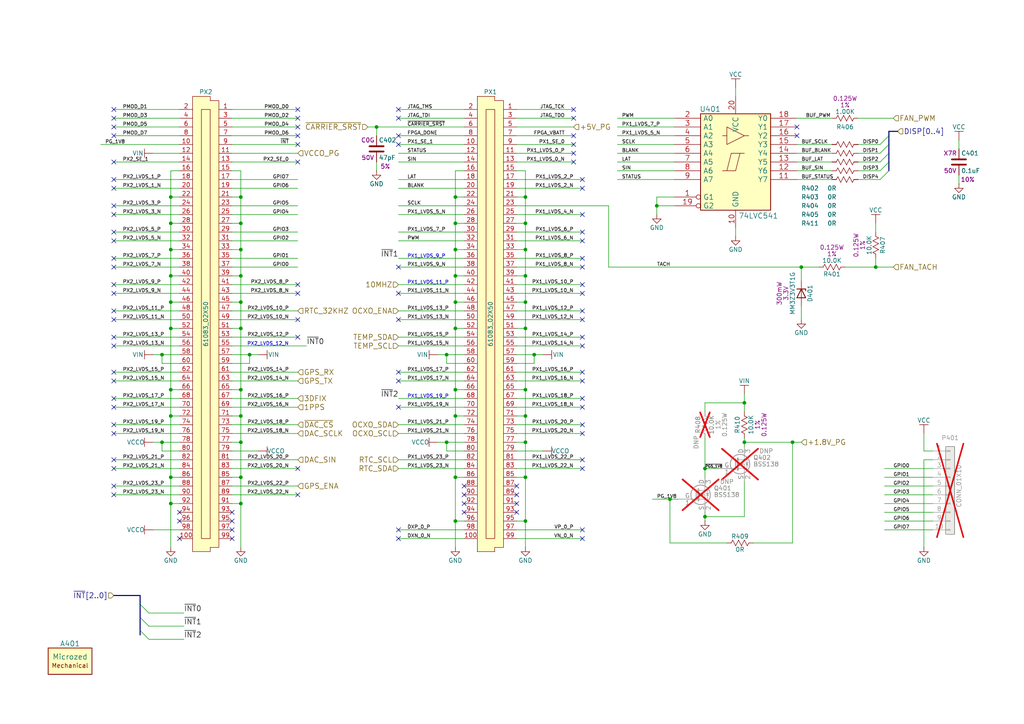
<source format=kicad_sch>
(kicad_sch (version 20231120) (generator "eeschema") (generator_version "8.0")
  (paper "A4")
  (title_block (title "MicroZed Board Connector") (date "2019-12-09") (rev "1.1.2"))
  (junction (at 49.53 95.25))
  (junction (at 132.08 138.43))
  (junction (at 69.85 120.65))
  (junction (at 132.08 72.39))
  (junction (at 49.53 138.43))
  (junction (at 215.9 116.84))
  (junction (at 49.53 120.65))
  (junction (at 69.85 72.39))
  (junction (at 69.85 146.05))
  (junction (at 69.85 64.77))
  (junction (at 204.47 149.86))
  (junction (at 152.4 151.13))
  (junction (at 132.08 87.63))
  (junction (at 152.4 57.15))
  (junction (at 132.08 95.25))
  (junction (at 232.41 77.47))
  (junction (at 49.53 113.03))
  (junction (at 152.4 87.63))
  (junction (at 46.99 102.87))
  (junction (at 49.53 87.63))
  (junction (at 129.54 102.87))
  (junction (at 132.08 80.01))
  (junction (at 69.85 128.27))
  (junction (at 132.08 151.13))
  (junction (at 109.22 36.83))
  (junction (at 49.53 64.77))
  (junction (at 72.39 102.87))
  (junction (at 215.9 128.27))
  (junction (at 132.08 57.15))
  (junction (at 49.53 80.01))
  (junction (at 132.08 113.03))
  (junction (at 132.08 64.77))
  (junction (at 132.08 120.65))
  (junction (at 69.85 87.63))
  (junction (at 152.4 113.03))
  (junction (at 152.4 64.77))
  (junction (at 49.53 57.15))
  (junction (at 152.4 95.25))
  (junction (at 69.85 138.43))
  (junction (at 152.4 80.01))
  (junction (at 69.85 80.01))
  (junction (at 152.4 72.39))
  (junction (at 229.87 128.27))
  (junction (at 46.99 128.27))
  (junction (at 204.47 135.89))
  (junction (at 49.53 146.05))
  (junction (at 49.53 72.39))
  (junction (at 69.85 113.03))
  (junction (at 129.54 128.27))
  (junction (at 69.85 95.25))
  (junction (at 190.5 59.69))
  (junction (at 194.31 144.78))
  (junction (at 152.4 128.27))
  (junction (at 152.4 138.43))
  (junction (at 254 77.47))
  (junction (at 154.94 102.87))
  (junction (at 152.4 120.65))
  (junction (at 69.85 57.15))
  (no_connect (at 33.02 125.73))
  (no_connect (at 86.36 92.71))
  (no_connect (at 168.91 74.93))
  (no_connect (at 33.02 143.51))
  (no_connect (at 52.07 156.21))
  (no_connect (at 168.91 77.47))
  (no_connect (at 168.91 110.49))
  (no_connect (at 52.07 148.59))
  (no_connect (at 67.31 156.21))
  (no_connect (at 33.02 54.61))
  (no_connect (at 115.57 92.71))
  (no_connect (at 231.14 39.37))
  (no_connect (at 168.91 54.61))
  (no_connect (at 33.02 135.89))
  (no_connect (at 33.02 92.71))
  (no_connect (at 33.02 39.37))
  (no_connect (at 149.86 148.59))
  (no_connect (at 168.91 97.79))
  (no_connect (at 168.91 133.35))
  (no_connect (at 33.02 123.19))
  (no_connect (at 134.62 148.59))
  (no_connect (at 86.36 46.99))
  (no_connect (at 149.86 143.51))
  (no_connect (at 33.02 34.29))
  (no_connect (at 33.02 115.57))
  (no_connect (at 33.02 140.97))
  (no_connect (at 168.91 85.09))
  (no_connect (at 166.37 44.45))
  (no_connect (at 115.57 77.47))
  (no_connect (at 168.91 125.73))
  (no_connect (at 86.36 82.55))
  (no_connect (at 168.91 92.71))
  (no_connect (at 168.91 62.23))
  (no_connect (at 33.02 110.49))
  (no_connect (at 166.37 41.91))
  (no_connect (at 115.57 41.91))
  (no_connect (at 33.02 36.83))
  (no_connect (at 168.91 52.07))
  (no_connect (at 33.02 90.17))
  (no_connect (at 166.37 39.37))
  (no_connect (at 86.36 135.89))
  (no_connect (at 33.02 62.23))
  (no_connect (at 52.07 151.13))
  (no_connect (at 168.91 115.57))
  (no_connect (at 33.02 59.69))
  (no_connect (at 86.36 39.37))
  (no_connect (at 33.02 46.99))
  (no_connect (at 168.91 156.21))
  (no_connect (at 86.36 36.83))
  (no_connect (at 86.36 41.91))
  (no_connect (at 115.57 153.67))
  (no_connect (at 168.91 107.95))
  (no_connect (at 168.91 90.17))
  (no_connect (at 86.36 31.75))
  (no_connect (at 115.57 34.29))
  (no_connect (at 33.02 133.35))
  (no_connect (at 115.57 156.21))
  (no_connect (at 33.02 107.95))
  (no_connect (at 166.37 46.99))
  (no_connect (at 33.02 31.75))
  (no_connect (at 33.02 100.33))
  (no_connect (at 115.57 118.11))
  (no_connect (at 86.36 97.79))
  (no_connect (at 86.36 34.29))
  (no_connect (at 33.02 82.55))
  (no_connect (at 33.02 97.79))
  (no_connect (at 134.62 143.51))
  (no_connect (at 33.02 69.85))
  (no_connect (at 168.91 69.85))
  (no_connect (at 168.91 82.55))
  (no_connect (at 168.91 135.89))
  (no_connect (at 115.57 110.49))
  (no_connect (at 134.62 140.97))
  (no_connect (at 115.57 31.75))
  (no_connect (at 166.37 31.75))
  (no_connect (at 168.91 67.31))
  (no_connect (at 67.31 148.59))
  (no_connect (at 168.91 123.19))
  (no_connect (at 168.91 153.67))
  (no_connect (at 33.02 85.09))
  (no_connect (at 86.36 143.51))
  (no_connect (at 67.31 153.67))
  (no_connect (at 115.57 39.37))
  (no_connect (at 115.57 85.09))
  (no_connect (at 168.91 118.11))
  (no_connect (at 33.02 118.11))
  (no_connect (at 33.02 77.47))
  (no_connect (at 231.14 36.83))
  (no_connect (at 166.37 34.29))
  (no_connect (at 149.86 140.97))
  (no_connect (at 134.62 146.05))
  (no_connect (at 33.02 67.31))
  (no_connect (at 149.86 146.05))
  (no_connect (at 33.02 74.93))
  (no_connect (at 67.31 151.13))
  (no_connect (at 33.02 52.07))
  (no_connect (at 168.91 100.33))
  (no_connect (at 115.57 107.95))
  (no_connect (at 86.36 85.09))
  (bus_entry (at 255.27 49.53) (size 2.54 -2.54))
  (bus_entry (at 40.64 179.07) (size 2.54 2.54))
  (bus_entry (at 255.27 52.07) (size 2.54 -2.54))
  (bus_entry (at 255.27 41.91) (size 2.54 -2.54))
  (bus_entry (at 255.27 44.45) (size 2.54 -2.54))
  (bus_entry (at 255.27 46.99) (size 2.54 -2.54))
  (bus_entry (at 40.64 182.88) (size 2.54 2.54))
  (bus_entry (at 40.64 175.26) (size 2.54 2.54))
  (wire (pts (xy 67.31 67.31) (xy 86.36 67.31)))
  (wire (pts (xy 152.4 80.01) (xy 152.4 87.63)))
  (wire (pts (xy 168.91 54.61) (xy 149.86 54.61)))
  (wire (pts (xy 278.13 50.8) (xy 278.13 53.34)))
  (wire (pts (xy 134.62 82.55) (xy 115.57 82.55)))
  (wire (pts (xy 179.07 39.37) (xy 195.58 39.37)))
  (wire (pts (xy 67.31 52.07) (xy 86.36 52.07)))
  (wire (pts (xy 134.62 74.93) (xy 115.57 74.93)))
  (wire (pts (xy 67.31 34.29) (xy 86.36 34.29)))
  (wire (pts (xy 232.41 77.47) (xy 237.49 77.47)))
  (wire (pts (xy 195.58 36.83) (xy 179.07 36.83)))
  (wire (pts (xy 67.31 46.99) (xy 86.36 46.99)))
  (wire (pts (xy 52.07 31.75) (xy 33.02 31.75)))
  (wire (pts (xy 69.85 64.77) (xy 69.85 72.39)))
  (wire (pts (xy 215.9 114.3) (xy 215.9 116.84)))
  (wire (pts (xy 204.47 127) (xy 204.47 135.89)))
  (wire (pts (xy 52.07 67.31) (xy 33.02 67.31)))
  (wire (pts (xy 152.4 128.27) (xy 152.4 138.43)))
  (wire (pts (xy 46.99 102.87) (xy 46.99 105.41)))
  (wire (pts (xy 46.99 128.27) (xy 52.07 128.27)))
  (wire (pts (xy 129.54 102.87) (xy 134.62 102.87)))
  (wire (pts (xy 67.31 31.75) (xy 86.36 31.75)))
  (wire (pts (xy 134.62 39.37) (xy 115.57 39.37)))
  (wire (pts (xy 67.31 90.17) (xy 86.36 90.17)))
  (wire (pts (xy 67.31 77.47) (xy 86.36 77.47)))
  (wire (pts (xy 204.47 135.89) (xy 204.47 138.43)))
  (wire (pts (xy 72.39 105.41) (xy 67.31 105.41)))
  (wire (pts (xy 149.86 41.91) (xy 166.37 41.91)))
  (wire (pts (xy 149.86 110.49) (xy 168.91 110.49)))
  (wire (pts (xy 52.07 74.93) (xy 33.02 74.93)))
  (wire (pts (xy 152.4 138.43) (xy 152.4 151.13)))
  (wire (pts (xy 134.62 64.77) (xy 132.08 64.77)))
  (wire (pts (xy 149.86 97.79) (xy 168.91 97.79)))
  (wire (pts (xy 134.62 113.03) (xy 132.08 113.03)))
  (wire (pts (xy 134.62 46.99) (xy 115.57 46.99)))
  (wire (pts (xy 52.07 90.17) (xy 33.02 90.17)))
  (wire (pts (xy 49.53 138.43) (xy 49.53 146.05)))
  (wire (pts (xy 149.86 133.35) (xy 168.91 133.35)))
  (wire (pts (xy 67.31 128.27) (xy 69.85 128.27)))
  (wire (pts (xy 67.31 85.09) (xy 86.36 85.09)))
  (wire (pts (xy 215.9 128.27) (xy 229.87 128.27)))
  (wire (pts (xy 69.85 72.39) (xy 69.85 80.01)))
  (wire (pts (xy 179.07 41.91) (xy 195.58 41.91)))
  (wire (pts (xy 149.86 153.67) (xy 168.91 153.67)))
  (wire (pts (xy 149.86 39.37) (xy 166.37 39.37)))
  (bus (pts (xy 40.64 182.88) (xy 40.64 184.15)))
  (wire (pts (xy 208.28 135.89) (xy 204.47 135.89)))
  (wire (pts (xy 52.07 133.35) (xy 33.02 133.35)))
  (wire (pts (xy 67.31 100.33) (xy 88.9 100.33)))
  (wire (pts (xy 69.85 128.27) (xy 69.85 138.43)))
  (wire (pts (xy 69.85 80.01) (xy 69.85 87.63)))
  (wire (pts (xy 195.58 59.69) (xy 190.5 59.69)))
  (wire (pts (xy 215.9 116.84) (xy 204.47 116.84)))
  (wire (pts (xy 149.86 59.69) (xy 176.53 59.69)))
  (wire (pts (xy 255.27 49.53) (xy 248.92 49.53)))
  (wire (pts (xy 270.51 130.81) (xy 267.97 130.81)))
  (wire (pts (xy 52.07 140.97) (xy 33.02 140.97)))
  (wire (pts (xy 106.68 36.83) (xy 109.22 36.83)))
  (wire (pts (xy 154.94 102.87) (xy 154.94 105.41)))
  (wire (pts (xy 241.3 52.07) (xy 231.14 52.07)))
  (wire (pts (xy 154.94 102.87) (xy 157.48 102.87)))
  (wire (pts (xy 168.91 62.23) (xy 149.86 62.23)))
  (wire (pts (xy 134.62 110.49) (xy 115.57 110.49)))
  (wire (pts (xy 134.62 156.21) (xy 115.57 156.21)))
  (wire (pts (xy 134.62 97.79) (xy 115.57 97.79)))
  (wire (pts (xy 134.62 115.57) (xy 115.57 115.57)))
  (bus (pts (xy 257.81 41.91) (xy 257.81 44.45)))
  (wire (pts (xy 43.18 185.42) (xy 53.34 185.42)))
  (wire (pts (xy 134.62 153.67) (xy 115.57 153.67)))
  (wire (pts (xy 52.07 95.25) (xy 49.53 95.25)))
  (wire (pts (xy 67.31 97.79) (xy 86.36 97.79)))
  (wire (pts (xy 52.07 39.37) (xy 33.02 39.37)))
  (wire (pts (xy 270.51 143.51) (xy 256.54 143.51)))
  (wire (pts (xy 33.02 69.85) (xy 52.07 69.85)))
  (wire (pts (xy 195.58 49.53) (xy 179.07 49.53)))
  (wire (pts (xy 176.53 77.47) (xy 232.41 77.47)))
  (wire (pts (xy 152.4 57.15) (xy 152.4 64.77)))
  (wire (pts (xy 33.02 59.69) (xy 52.07 59.69)))
  (wire (pts (xy 194.31 157.48) (xy 194.31 144.78)))
  (bus (pts (xy 40.64 175.26) (xy 40.64 179.07)))
  (wire (pts (xy 245.11 77.47) (xy 254 77.47)))
  (wire (pts (xy 109.22 39.37) (xy 109.22 36.83)))
  (wire (pts (xy 195.58 57.15) (xy 190.5 57.15)))
  (wire (pts (xy 69.85 87.63) (xy 69.85 95.25)))
  (wire (pts (xy 134.62 52.07) (xy 115.57 52.07)))
  (wire (pts (xy 129.54 105.41) (xy 134.62 105.41)))
  (wire (pts (xy 52.07 92.71) (xy 33.02 92.71)))
  (wire (pts (xy 49.53 113.03) (xy 49.53 120.65)))
  (wire (pts (xy 109.22 36.83) (xy 134.62 36.83)))
  (wire (pts (xy 52.07 36.83) (xy 33.02 36.83)))
  (wire (pts (xy 218.44 157.48) (xy 229.87 157.48)))
  (wire (pts (xy 215.9 139.7) (xy 215.9 149.86)))
  (wire (pts (xy 134.62 133.35) (xy 115.57 133.35)))
  (wire (pts (xy 67.31 82.55) (xy 86.36 82.55)))
  (wire (pts (xy 129.54 102.87) (xy 129.54 105.41)))
  (wire (pts (xy 132.08 87.63) (xy 132.08 95.25)))
  (wire (pts (xy 67.31 107.95) (xy 86.36 107.95)))
  (wire (pts (xy 109.22 49.53) (xy 109.22 46.99)))
  (wire (pts (xy 149.86 138.43) (xy 152.4 138.43)))
  (wire (pts (xy 248.92 41.91) (xy 255.27 41.91)))
  (wire (pts (xy 179.07 52.07) (xy 195.58 52.07)))
  (wire (pts (xy 149.86 31.75) (xy 166.37 31.75)))
  (wire (pts (xy 49.53 87.63) (xy 49.53 95.25)))
  (wire (pts (xy 241.3 49.53) (xy 231.14 49.53)))
  (wire (pts (xy 67.31 115.57) (xy 86.36 115.57)))
  (wire (pts (xy 149.86 49.53) (xy 152.4 49.53)))
  (bus (pts (xy 40.64 179.07) (xy 40.64 182.88)))
  (wire (pts (xy 52.07 113.03) (xy 49.53 113.03)))
  (wire (pts (xy 149.86 67.31) (xy 168.91 67.31)))
  (wire (pts (xy 52.07 138.43) (xy 49.53 138.43)))
  (wire (pts (xy 229.87 128.27) (xy 232.41 128.27)))
  (wire (pts (xy 149.86 128.27) (xy 152.4 128.27)))
  (wire (pts (xy 149.86 46.99) (xy 166.37 46.99)))
  (wire (pts (xy 46.99 130.81) (xy 52.07 130.81)))
  (wire (pts (xy 49.53 80.01) (xy 49.53 87.63)))
  (wire (pts (xy 52.07 49.53) (xy 49.53 49.53)))
  (wire (pts (xy 67.31 57.15) (xy 69.85 57.15)))
  (wire (pts (xy 129.54 128.27) (xy 129.54 130.81)))
  (bus (pts (xy 257.81 44.45) (xy 257.81 46.99)))
  (wire (pts (xy 67.31 120.65) (xy 69.85 120.65)))
  (wire (pts (xy 52.07 54.61) (xy 33.02 54.61)))
  (wire (pts (xy 52.07 107.95) (xy 33.02 107.95)))
  (wire (pts (xy 149.86 72.39) (xy 152.4 72.39)))
  (wire (pts (xy 204.47 148.59) (xy 204.47 149.86)))
  (wire (pts (xy 132.08 49.53) (xy 134.62 49.53)))
  (wire (pts (xy 67.31 36.83) (xy 86.36 36.83)))
  (wire (pts (xy 52.07 87.63) (xy 49.53 87.63)))
  (wire (pts (xy 67.31 59.69) (xy 86.36 59.69)))
  (wire (pts (xy 134.62 34.29) (xy 115.57 34.29)))
  (wire (pts (xy 149.86 36.83) (xy 166.37 36.83)))
  (wire (pts (xy 132.08 49.53) (xy 132.08 57.15)))
  (wire (pts (xy 49.53 95.25) (xy 49.53 113.03)))
  (wire (pts (xy 241.3 44.45) (xy 231.14 44.45)))
  (wire (pts (xy 152.4 64.77) (xy 152.4 72.39)))
  (bus (pts (xy 257.81 39.37) (xy 257.81 41.91)))
  (wire (pts (xy 168.91 69.85) (xy 149.86 69.85)))
  (wire (pts (xy 52.07 153.67) (xy 44.45 153.67)))
  (wire (pts (xy 49.53 57.15) (xy 49.53 64.77)))
  (wire (pts (xy 179.07 34.29) (xy 195.58 34.29)))
  (wire (pts (xy 134.62 41.91) (xy 115.57 41.91)))
  (wire (pts (xy 134.62 59.69) (xy 115.57 59.69)))
  (wire (pts (xy 215.9 116.84) (xy 215.9 119.38)))
  (wire (pts (xy 67.31 80.01) (xy 69.85 80.01)))
  (wire (pts (xy 52.07 64.77) (xy 49.53 64.77)))
  (wire (pts (xy 67.31 62.23) (xy 86.36 62.23)))
  (wire (pts (xy 134.62 72.39) (xy 132.08 72.39)))
  (wire (pts (xy 134.62 135.89) (xy 115.57 135.89)))
  (wire (pts (xy 149.86 64.77) (xy 152.4 64.77)))
  (wire (pts (xy 152.4 95.25) (xy 152.4 113.03)))
  (wire (pts (xy 270.51 151.13) (xy 256.54 151.13)))
  (wire (pts (xy 67.31 102.87) (xy 72.39 102.87)))
  (wire (pts (xy 149.86 85.09) (xy 168.91 85.09)))
  (wire (pts (xy 52.07 143.51) (xy 33.02 143.51)))
  (wire (pts (xy 67.31 143.51) (xy 86.36 143.51)))
  (wire (pts (xy 241.3 46.99) (xy 231.14 46.99)))
  (wire (pts (xy 152.4 87.63) (xy 152.4 95.25)))
  (wire (pts (xy 267.97 130.81) (xy 267.97 125.73)))
  (wire (pts (xy 267.97 158.75) (xy 267.97 133.35)))
  (wire (pts (xy 52.07 77.47) (xy 33.02 77.47)))
  (wire (pts (xy 134.62 125.73) (xy 115.57 125.73)))
  (wire (pts (xy 204.47 149.86) (xy 204.47 151.13)))
  (bus (pts (xy 33.02 172.72) (xy 40.64 172.72)))
  (wire (pts (xy 248.92 34.29) (xy 259.08 34.29)))
  (wire (pts (xy 134.62 57.15) (xy 132.08 57.15)))
  (wire (pts (xy 168.91 135.89) (xy 149.86 135.89)))
  (wire (pts (xy 195.58 44.45) (xy 179.07 44.45)))
  (wire (pts (xy 67.31 110.49) (xy 86.36 110.49)))
  (wire (pts (xy 67.31 130.81) (xy 74.93 130.81)))
  (wire (pts (xy 67.31 41.91) (xy 86.36 41.91)))
  (wire (pts (xy 134.62 54.61) (xy 115.57 54.61)))
  (wire (pts (xy 149.86 57.15) (xy 152.4 57.15)))
  (wire (pts (xy 129.54 128.27) (xy 134.62 128.27)))
  (wire (pts (xy 149.86 118.11) (xy 168.91 118.11)))
  (wire (pts (xy 69.85 95.25) (xy 69.85 113.03)))
  (wire (pts (xy 232.41 77.47) (xy 232.41 81.28)))
  (wire (pts (xy 52.07 123.19) (xy 33.02 123.19)))
  (wire (pts (xy 52.07 57.15) (xy 49.53 57.15)))
  (wire (pts (xy 149.86 102.87) (xy 154.94 102.87)))
  (wire (pts (xy 67.31 49.53) (xy 69.85 49.53)))
  (wire (pts (xy 132.08 113.03) (xy 132.08 120.65)))
  (wire (pts (xy 49.53 120.65) (xy 49.53 138.43)))
  (wire (pts (xy 134.62 67.31) (xy 115.57 67.31)))
  (wire (pts (xy 67.31 74.93) (xy 86.36 74.93)))
  (wire (pts (xy 69.85 49.53) (xy 69.85 57.15)))
  (wire (pts (xy 215.9 149.86) (xy 204.47 149.86)))
  (wire (pts (xy 52.07 82.55) (xy 33.02 82.55)))
  (wire (pts (xy 33.02 110.49) (xy 52.07 110.49)))
  (wire (pts (xy 149.86 123.19) (xy 168.91 123.19)))
  (wire (pts (xy 134.62 120.65) (xy 132.08 120.65)))
  (wire (pts (xy 132.08 138.43) (xy 132.08 151.13)))
  (wire (pts (xy 67.31 72.39) (xy 69.85 72.39)))
  (wire (pts (xy 270.51 135.89) (xy 256.54 135.89)))
  (wire (pts (xy 149.86 74.93) (xy 168.91 74.93)))
  (wire (pts (xy 67.31 113.03) (xy 69.85 113.03)))
  (wire (pts (xy 254 77.47) (xy 254 74.93)))
  (wire (pts (xy 52.07 62.23) (xy 33.02 62.23)))
  (wire (pts (xy 134.62 100.33) (xy 115.57 100.33)))
  (wire (pts (xy 44.45 128.27) (xy 46.99 128.27)))
  (wire (pts (xy 132.08 64.77) (xy 132.08 72.39)))
  (wire (pts (xy 49.53 146.05) (xy 49.53 158.75)))
  (wire (pts (xy 204.47 116.84) (xy 204.47 119.38)))
  (wire (pts (xy 134.62 44.45) (xy 115.57 44.45)))
  (wire (pts (xy 278.13 43.18) (xy 278.13 40.64)))
  (wire (pts (xy 132.08 151.13) (xy 134.62 151.13)))
  (wire (pts (xy 52.07 146.05) (xy 49.53 146.05)))
  (wire (pts (xy 215.9 128.27) (xy 215.9 129.54)))
  (wire (pts (xy 149.86 113.03) (xy 152.4 113.03)))
  (wire (pts (xy 67.31 54.61) (xy 86.36 54.61)))
  (bus (pts (xy 257.81 38.1) (xy 257.81 39.37)))
  (wire (pts (xy 67.31 44.45) (xy 86.36 44.45)))
  (wire (pts (xy 270.51 140.97) (xy 256.54 140.97)))
  (wire (pts (xy 46.99 102.87) (xy 52.07 102.87)))
  (wire (pts (xy 149.86 52.07) (xy 168.91 52.07)))
  (wire (pts (xy 52.07 125.73) (xy 33.02 125.73)))
  (wire (pts (xy 49.53 64.77) (xy 49.53 72.39)))
  (wire (pts (xy 67.31 133.35) (xy 86.36 133.35)))
  (wire (pts (xy 134.62 77.47) (xy 115.57 77.47)))
  (wire (pts (xy 134.62 90.17) (xy 115.57 90.17)))
  (wire (pts (xy 149.86 130.81) (xy 157.48 130.81)))
  (wire (pts (xy 190.5 59.69) (xy 190.5 62.23)))
  (wire (pts (xy 241.3 34.29) (xy 231.14 34.29)))
  (wire (pts (xy 69.85 57.15) (xy 69.85 64.77)))
  (wire (pts (xy 152.4 113.03) (xy 152.4 120.65)))
  (wire (pts (xy 152.4 120.65) (xy 152.4 128.27)))
  (wire (pts (xy 67.31 69.85) (xy 86.36 69.85)))
  (wire (pts (xy 67.31 138.43) (xy 69.85 138.43)))
  (wire (pts (xy 194.31 144.78) (xy 196.85 144.78)))
  (wire (pts (xy 52.07 44.45) (xy 44.45 44.45)))
  (wire (pts (xy 132.08 80.01) (xy 132.08 87.63)))
  (wire (pts (xy 67.31 140.97) (xy 86.36 140.97)))
  (wire (pts (xy 134.62 138.43) (xy 132.08 138.43)))
  (wire (pts (xy 52.07 46.99) (xy 33.02 46.99)))
  (wire (pts (xy 149.86 120.65) (xy 152.4 120.65)))
  (wire (pts (xy 69.85 120.65) (xy 69.85 128.27)))
  (wire (pts (xy 149.86 87.63) (xy 152.4 87.63)))
  (wire (pts (xy 149.86 151.13) (xy 152.4 151.13)))
  (wire (pts (xy 255.27 52.07) (xy 248.92 52.07)))
  (wire (pts (xy 46.99 105.41) (xy 52.07 105.41)))
  (wire (pts (xy 149.86 107.95) (xy 168.91 107.95)))
  (wire (pts (xy 52.07 72.39) (xy 49.53 72.39)))
  (wire (pts (xy 43.18 177.8) (xy 53.34 177.8)))
  (wire (pts (xy 52.07 120.65) (xy 49.53 120.65)))
  (wire (pts (xy 149.86 90.17) (xy 168.91 90.17)))
  (wire (pts (xy 254 67.31) (xy 254 64.77)))
  (wire (pts (xy 127 128.27) (xy 129.54 128.27)))
  (wire (pts (xy 69.85 146.05) (xy 69.85 158.75)))
  (wire (pts (xy 44.45 102.87) (xy 46.99 102.87)))
  (wire (pts (xy 215.9 127) (xy 215.9 128.27)))
  (wire (pts (xy 190.5 57.15) (xy 190.5 59.69)))
  (wire (pts (xy 134.62 80.01) (xy 132.08 80.01)))
  (wire (pts (xy 255.27 44.45) (xy 248.92 44.45)))
  (wire (pts (xy 33.02 115.57) (xy 52.07 115.57)))
  (wire (pts (xy 210.82 157.48) (xy 194.31 157.48)))
  (wire (pts (xy 33.02 52.07) (xy 52.07 52.07)))
  (wire (pts (xy 72.39 102.87) (xy 74.93 102.87)))
  (wire (pts (xy 52.07 34.29) (xy 33.02 34.29)))
  (wire (pts (xy 152.4 72.39) (xy 152.4 80.01)))
  (wire (pts (xy 149.86 95.25) (xy 152.4 95.25)))
  (bus (pts (xy 40.64 172.72) (xy 40.64 175.26)))
  (wire (pts (xy 232.41 88.9) (xy 232.41 92.71)))
  (bus (pts (xy 257.81 38.1) (xy 260.35 38.1)))
  (wire (pts (xy 149.86 115.57) (xy 168.91 115.57)))
  (wire (pts (xy 149.86 92.71) (xy 168.91 92.71)))
  (wire (pts (xy 267.97 133.35) (xy 270.51 133.35)))
  (wire (pts (xy 134.62 118.11) (xy 115.57 118.11)))
  (wire (pts (xy 149.86 77.47) (xy 168.91 77.47)))
  (wire (pts (xy 270.51 153.67) (xy 256.54 153.67)))
  (wire (pts (xy 67.31 135.89) (xy 86.36 135.89)))
  (wire (pts (xy 152.4 49.53) (xy 152.4 57.15)))
  (wire (pts (xy 132.08 151.13) (xy 132.08 158.75)))
  (wire (pts (xy 134.62 31.75) (xy 115.57 31.75)))
  (wire (pts (xy 176.53 59.69) (xy 176.53 77.47)))
  (wire (pts (xy 152.4 151.13) (xy 152.4 158.75)))
  (wire (pts (xy 52.07 118.11) (xy 33.02 118.11)))
  (wire (pts (xy 134.62 123.19) (xy 115.57 123.19)))
  (wire (pts (xy 134.62 87.63) (xy 132.08 87.63)))
  (wire (pts (xy 69.85 138.43) (xy 69.85 146.05)))
  (wire (pts (xy 67.31 95.25) (xy 69.85 95.25)))
  (wire (pts (xy 67.31 146.05) (xy 69.85 146.05)))
  (wire (pts (xy 29.21 41.91) (xy 52.07 41.91)))
  (wire (pts (xy 179.07 46.99) (xy 195.58 46.99)))
  (wire (pts (xy 270.51 146.05) (xy 256.54 146.05)))
  (wire (pts (xy 67.31 118.11) (xy 86.36 118.11)))
  (wire (pts (xy 270.51 148.59) (xy 256.54 148.59)))
  (wire (pts (xy 52.07 80.01) (xy 49.53 80.01)))
  (wire (pts (xy 134.62 107.95) (xy 115.57 107.95)))
  (wire (pts (xy 168.91 125.73) (xy 149.86 125.73)))
  (wire (pts (xy 52.07 135.89) (xy 33.02 135.89)))
  (wire (pts (xy 189.23 144.78) (xy 194.31 144.78)))
  (wire (pts (xy 132.08 95.25) (xy 132.08 113.03)))
  (wire (pts (xy 129.54 130.81) (xy 134.62 130.81)))
  (wire (pts (xy 134.62 62.23) (xy 115.57 62.23)))
  (wire (pts (xy 52.07 85.09) (xy 33.02 85.09)))
  (wire (pts (xy 127 102.87) (xy 129.54 102.87)))
  (wire (pts (xy 154.94 105.41) (xy 149.86 105.41)))
  (wire (pts (xy 67.31 123.19) (xy 86.36 123.19)))
  (wire (pts (xy 132.08 72.39) (xy 132.08 80.01)))
  (wire (pts (xy 213.36 27.94) (xy 213.36 25.4)))
  (wire (pts (xy 248.92 46.99) (xy 255.27 46.99)))
  (wire (pts (xy 33.02 97.79) (xy 52.07 97.79)))
  (bus (pts (xy 257.81 46.99) (xy 257.81 49.53)))
  (wire (pts (xy 134.62 69.85) (xy 115.57 69.85)))
  (wire (pts (xy 52.07 100.33) (xy 33.02 100.33)))
  (wire (pts (xy 254 77.47) (xy 259.08 77.47)))
  (wire (pts (xy 149.86 156.21) (xy 168.91 156.21)))
  (wire (pts (xy 46.99 128.27) (xy 46.99 130.81)))
  (wire (pts (xy 43.18 181.61) (xy 53.34 181.61)))
  (wire (pts (xy 67.31 64.77) (xy 69.85 64.77)))
  (wire (pts (xy 213.36 66.04) (xy 213.36 68.58)))
  (wire (pts (xy 132.08 57.15) (xy 132.08 64.77)))
  (wire (pts (xy 67.31 92.71) (xy 86.36 92.71)))
  (wire (pts (xy 270.51 138.43) (xy 256.54 138.43)))
  (wire (pts (xy 149.86 82.55) (xy 168.91 82.55)))
  (wire (pts (xy 67.31 125.73) (xy 86.36 125.73)))
  (wire (pts (xy 67.31 87.63) (xy 69.85 87.63)))
  (wire (pts (xy 134.62 92.71) (xy 115.57 92.71)))
  (wire (pts (xy 149.86 80.01) (xy 152.4 80.01)))
  (wire (pts (xy 132.08 120.65) (xy 132.08 138.43)))
  (wire (pts (xy 69.85 113.03) (xy 69.85 120.65)))
  (wire (pts (xy 134.62 85.09) (xy 115.57 85.09)))
  (wire (pts (xy 149.86 34.29) (xy 166.37 34.29)))
  (wire (pts (xy 241.3 41.91) (xy 231.14 41.91)))
  (wire (pts (xy 49.53 49.53) (xy 49.53 57.15)))
  (wire (pts (xy 134.62 95.25) (xy 132.08 95.25)))
  (wire (pts (xy 149.86 100.33) (xy 168.91 100.33)))
  (wire (pts (xy 72.39 102.87) (xy 72.39 105.41)))
  (wire (pts (xy 149.86 44.45) (xy 166.37 44.45)))
  (wire (pts (xy 67.31 39.37) (xy 86.36 39.37)))
  (wire (pts (xy 49.53 72.39) (xy 49.53 80.01)))
  (wire (pts (xy 229.87 157.48) (xy 229.87 128.27)))
  (text "PX2_LVDS_12_N" (at 77.724 99.822 0) (effects (font (size 1.016 1.016))))
  (text "PX1_LVDS_11_P" (at 118.11 82.042 0) (effects (font (size 1.016 1.016)) (justify left)))
  (text "PX1_LVDS_19_P" (at 118.11 115.062 0) (effects (font (size 1.016 1.016)) (justify left)))
  (text "PX1_LVDS_9_P" (at 118.11 74.422 0) (effects (font (size 1.016 1.016)) (justify left)))
  (label "PX1_LVDS_17_P" (at 118.11 107.95 0) (effects (font (size 1.016 1.016))))
  (label "PX1_LVDS_19_N" (at 118.11 118.11 0) (effects (font (size 1.016 1.016))))
  (label "PX1_LVDS_11_N" (at 118.11 85.09 0) (effects (font (size 1.016 1.016))))
  (label "PX1_LVDS_10_P" (at 166.37 82.55 180) (effects (font (size 1.016 1.016))))
  (label "PX2_LVDS_3_N" (at 35.56 62.23 0) (effects (font (size 1.016 1.016))))
  (label "BUF_SCLK" (at 232.41 41.91 0) (effects (font (size 1.016 1.016))))
  (label "PX1_LVDS_14_N" (at 166.37 100.33 180) (effects (font (size 1.016 1.016))))
  (label "PX2_LVDS_16_P" (at 83.82 115.57 180) (effects (font (size 1.016 1.016))))
  (label "GPIO3" (at 259.08 143.51 0) (effects (font (size 1.016 1.016))))
  (label "PX1_LVDS_21_N" (at 118.11 125.73 0) (effects (font (size 1.016 1.016))))
  (label "BLANK" (at 180.34 44.45 0) (effects (font (size 1.016 1.016))))
  (label "PX2_SE_1" (at 35.56 46.99 0) (effects (font (size 1.016 1.016))))
  (label "PX2_LVDS_22_N" (at 83.82 143.51 180) (effects (font (size 1.016 1.016))))
  (label "PX1_LVDS_22_P" (at 166.37 133.35 180) (effects (font (size 1.016 1.016))))
  (label "PMOD_D1" (at 35.56 31.75 0) (effects (font (size 1.016 1.016))))
  (label "PX1_LVDS_23_N" (at 118.11 135.89 0) (effects (font (size 1.016 1.016))))
  (label "PX2_LVDS_5_P" (at 35.56 67.31 0) (effects (font (size 1.016 1.016))))
  (label "PX2_LVDS_11_N" (at 35.56 92.71 0) (effects (font (size 1.016 1.016))))
  (label "PX1_LVDS_16_P" (at 166.37 107.95 180) (effects (font (size 1.016 1.016))))
  (label "PX2_LVDS_18_N" (at 83.82 125.73 180) (effects (font (size 1.016 1.016))))
  (label "PX2_LVDS_23_N" (at 35.56 143.51 0) (effects (font (size 1.016 1.016))))
  (label "GPIO6" (at 83.82 54.61 180) (effects (font (size 1.016 1.016))))
  (label "PX1_LVDS_0_N" (at 163.83 46.99 180) (effects (font (size 1.016 1.016))))
  (label "DISP2" (at 250.19 46.99 0) (effects (font (size 1.016 1.016))))
  (label "PX1_LVDS_6_P" (at 166.37 67.31 180) (effects (font (size 1.016 1.016))))
  (label "SCLK" (at 180.34 41.91 0) (effects (font (size 1.016 1.016))))
  (label "PX2_LVDS_16_N" (at 83.82 118.11 180) (effects (font (size 1.016 1.016))))
  (label "PX2_LVDS_1_P" (at 35.56 52.07 0) (effects (font (size 1.016 1.016))))
  (label "PX2_LVDS_9_N" (at 35.56 85.09 0) (effects (font (size 1.016 1.016))))
  (label "PX2_LVDS_21_P" (at 35.56 133.35 0) (effects (font (size 1.016 1.016))))
  (label "PWM" (at 118.11 69.85 0) (effects (font (size 1.016 1.016))))
  (label "GPIO0" (at 83.82 77.47 180) (effects (font (size 1.016 1.016))))
  (label "PX2_LVDS_21_N" (at 35.56 135.89 0) (effects (font (size 1.016 1.016))))
  (label "DISP3" (at 250.19 49.53 0) (effects (font (size 1.016 1.016))))
  (label "PMOD_D0" (at 83.82 31.75 180) (effects (font (size 1.016 1.016))))
  (label "PX1_LVDS_22_N" (at 166.37 135.89 180) (effects (font (size 1.016 1.016))))
  (label "PX2_LVDS_9_P" (at 35.56 82.55 0) (effects (font (size 1.016 1.016))))
  (label "STATUS" (at 118.11 44.45 0) (effects (font (size 1.016 1.016))))
  (label "PX2_LVDS_10_N" (at 83.82 92.71 180) (effects (font (size 1.016 1.016))))
  (label "PMOD_D4" (at 83.82 36.83 180) (effects (font (size 1.016 1.016))))
  (label "PX2_LVDS_7_P" (at 35.56 74.93 0) (effects (font (size 1.016 1.016))))
  (label "PX1_LVDS_14_P" (at 166.37 97.79 180) (effects (font (size 1.016 1.016))))
  (label "BUF_STATUS" (at 232.41 52.07 0) (effects (font (size 1.016 1.016))))
  (label "PX2_LVDS_18_P" (at 83.82 123.19 180) (effects (font (size 1.016 1.016))))
  (label "PWM" (at 180.34 34.29 0) (effects (font (size 1.016 1.016))))
  (label "DISP1" (at 250.19 44.45 0) (effects (font (size 1.016 1.016))))
  (label "PX1_LVDS_6_N" (at 166.37 69.85 180) (effects (font (size 1.016 1.016))))
  (label "PMOD_D6" (at 83.82 39.37 180) (effects (font (size 1.016 1.016))))
  (label "PX2_LVDS_20_P" (at 83.82 133.35 180) (effects (font (size 1.016 1.016))))
  (label "PX1_LVDS_18_N" (at 166.37 118.11 180) (effects (font (size 1.016 1.016))))
  (label "SIN" (at 180.34 49.53 0) (effects (font (size 1.016 1.016))))
  (label "BUF_SIN" (at 232.41 49.53 0) (effects (font (size 1.016 1.016))))
  (label "PX1_LVDS_5_N" (at 180.34 39.37 0) (effects (font (size 1.016 1.016))))
  (label "TACH" (at 190.5 77.47 0) (effects (font (size 1.016 1.016))))
  (label "PX1_LVDS_9_N" (at 118.11 77.47 0) (effects (font (size 1.016 1.016))))
  (label "~{INT}1" (at 115.57 74.93 180) (effects (font (size 1.524 1.524))))
  (label "PMOD_D5" (at 35.56 36.83 0) (effects (font (size 1.016 1.016))))
  (label "~{INT}" (at 83.82 41.91 180) (effects (font (size 1.016 1.016))))
  (label "GPIO1" (at 83.82 74.93 180) (effects (font (size 1.016 1.016))))
  (label "PX2_LVDS_22_P" (at 83.82 140.97 180) (effects (font (size 1.016 1.016))))
  (label "PX1_LVDS_12_N" (at 166.37 92.71 180) (effects (font (size 1.016 1.016))))
  (label "GPIO0" (at 259.08 135.89 0) (effects (font (size 1.016 1.016))))
  (label "GPIO7" (at 259.08 153.67 0) (effects (font (size 1.016 1.016))))
  (label "BUF_LAT" (at 232.41 46.99 0) (effects (font (size 1.016 1.016))))
  (label "GPIO4" (at 259.08 146.05 0) (effects (font (size 1.016 1.016))))
  (label "GPIO2" (at 83.82 69.85 180) (effects (font (size 1.016 1.016))))
  (label "PX2_LVDS_10_P" (at 83.82 90.17 180) (effects (font (size 1.016 1.016))))
  (label "GPIO1" (at 259.08 138.43 0) (effects (font (size 1.016 1.016))))
  (label "PX1_LVDS_16_N" (at 166.37 110.49 180) (effects (font (size 1.016 1.016))))
  (label "PX1_LVDS_13_N" (at 118.11 92.71 0) (effects (font (size 1.016 1.016))))
  (label "~{INT}0" (at 88.9 100.33 0) (effects (font (size 1.524 1.524))))
  (label "PX2_LVDS_14_P" (at 83.82 107.95 180) (effects (font (size 1.016 1.016))))
  (label "PX1_LVDS_2_N" (at 166.37 54.61 180) (effects (font (size 1.016 1.016))))
  (label "BUF_BLANK" (at 232.41 44.45 0) (effects (font (size 1.016 1.016))))
  (label "PX2_LVDS_12_P" (at 83.82 97.79 180) (effects (font (size 1.016 1.016))))
  (label "JTAG_TCK" (at 163.83 31.75 180) (effects (font (size 1.016 1.016))))
  (label "PX2_LVDS_7_N" (at 35.56 77.47 0) (effects (font (size 1.016 1.016))))
  (label "~{INT}2" (at 115.57 115.57 180) (effects (font (size 1.524 1.524))))
  (label "PX1_LVDS_13_P" (at 118.11 90.17 0) (effects (font (size 1.016 1.016))))
  (label "~{INT}2" (at 53.34 185.42 0) (effects (font (size 1.524 1.524))))
  (label "PX1_LVDS_20_P" (at 166.37 123.19 180) (effects (font (size 1.016 1.016))))
  (label "STATUS" (at 180.34 52.07 0) (effects (font (size 1.016 1.016))))
  (label "PX2_SE_0" (at 83.82 46.99 180) (effects (font (size 1.016 1.016))))
  (label "PX2_LVDS_19_N" (at 35.56 125.73 0) (effects (font (size 1.016 1.016))))
  (label "~{INT}0" (at 53.34 177.8 0) (effects (font (size 1.524 1.524))))
  (label "PX2_LVDS_11_P" (at 35.56 90.17 0) (effects (font (size 1.016 1.016))))
  (label "PMOD_D3" (at 35.56 34.29 0) (effects (font (size 1.016 1.016))))
  (label "BUF_PWM" (at 233.68 34.29 0) (effects (font (size 1.016 1.016))))
  (label "PX1_LVDS_23_P" (at 118.11 133.35 0) (effects (font (size 1.016 1.016))))
  (label "PX1_LVDS_7_P" (at 180.34 36.83 0) (effects (font (size 1.016 1.016))))
  (label "PX2_LVDS_19_P" (at 35.56 123.19 0) (effects (font (size 1.016 1.016))))
  (label "GPIO3" (at 83.82 67.31 180) (effects (font (size 1.016 1.016))))
  (label "~{CARRIER_SRST}" (at 118.11 36.83 0) (effects (font (size 1.016 1.016))))
  (label "PX1_LVDS_12_P" (at 166.37 90.17 180) (effects (font (size 1.016 1.016))))
  (label "DXN_0_N" (at 118.11 156.21 0) (effects (font (size 1.016 1.016))))
  (label "PMOD_D7" (at 35.56 39.37 0) (effects (font (size 1.016 1.016))))
  (label "DISP0" (at 250.19 41.91 0) (effects (font (size 1.016 1.016))))
  (label "PX1_LVDS_8_P" (at 166.37 74.93 180) (effects (font (size 1.016 1.016))))
  (label "FPGA_VBATT" (at 163.83 39.37 180) (effects (font (size 1.016 1.016))))
  (label "DISP4" (at 250.19 52.07 0) (effects (font (size 1.016 1.016))))
  (label "SCLK" (at 118.11 59.69 0) (effects (font (size 1.016 1.016))))
  (label "PX1_LVDS_4_N" (at 166.37 62.23 180) (effects (font (size 1.016 1.016))))
  (label "PX1_LVDS_2_P" (at 166.37 52.07 180) (effects (font (size 1.016 1.016))))
  (label "PX2_LVDS_15_N" (at 35.56 110.49 0) (effects (font (size 1.016 1.016))))
  (label "PX1_LVDS_15_P" (at 118.11 97.79 0) (effects (font (size 1.016 1.016))))
  (label "PX2_LVDS_5_N" (at 35.56 69.85 0) (effects (font (size 1.016 1.016))))
  (label "PX1_LVDS_15_N" (at 118.11 100.33 0) (effects (font (size 1.016 1.016))))
  (label "PX2_LVDS_20_N" (at 83.82 135.89 180) (effects (font (size 1.016 1.016))))
  (label "JTAG_TMS" (at 118.11 31.75 0) (effects (font (size 1.016 1.016))))
  (label "FPGA_DONE" (at 118.11 39.37 0) (effects (font (size 1.016 1.016))))
  (label "BLANK" (at 118.11 54.61 0) (effects (font (size 1.016 1.016))))
  (label "PX2_LVDS_15_P" (at 35.56 107.95 0) (effects (font (size 1.016 1.016))))
  (label "VP_0_P" (at 166.37 153.67 180) (effects (font (size 1.016 1.016))))
  (label "PX1_LVDS_0_P" (at 163.83 44.45 180) (effects (font (size 1.016 1.016))))
  (label "PX1_LVDS_10_N" (at 166.37 85.09 180) (effects (font (size 1.016 1.016))))
  (label "~{INT}1" (at 53.34 181.61 0) (effects (font (size 1.524 1.524))))
  (label "LAT" (at 180.34 46.99 0) (effects (font (size 1.016 1.016))))
  (label "PX2_LVDS_17_P" (at 35.56 115.57 0) (effects (font (size 1.016 1.016))))
  (label "PX2_LVDS_23_P" (at 35.56 140.97 0) (effects (font (size 1.016 1.016))))
  (label "DXP_0_P" (at 118.11 153.67 0) (effects (font (size 1.016 1.016))))
  (label "PX2_LVDS_8_N" (at 83.82 85.09 180) (effects (font (size 1.016 1.016))))
  (label "GPIO4" (at 83.82 62.23 180) (effects (font (size 1.016 1.016))))
  (label "PMOD_D2" (at 83.82 34.29 180) (effects (font (size 1.016 1.016))))
  (label "GPIO6" (at 259.08 151.13 0) (effects (font (size 1.016 1.016))))
  (label "SIN" (at 118.11 46.99 0) (effects (font (size 1.016 1.016))))
  (label "PX1_LVDS_18_P" (at 166.37 115.57 180) (effects (font (size 1.016 1.016))))
  (label "GPIO2" (at 259.08 140.97 0) (effects (font (size 1.016 1.016))))
  (label "GPIO5" (at 83.82 59.69 180) (effects (font (size 1.016 1.016))))
  (label "PX1_LVDS_17_N" (at 118.11 110.49 0) (effects (font (size 1.016 1.016))))
  (label "PX2_LVDS_1_N" (at 35.56 54.61 0) (effects (font (size 1.016 1.016))))
  (label "PX1_LVDS_5_N" (at 118.11 62.23 0) (effects (font (size 1.016 1.016))))
  (label "PX2_LVDS_8_P" (at 83.82 82.55 180) (effects (font (size 1.016 1.016))))
  (label "JTAG_TDI" (at 118.11 34.29 0) (effects (font (size 1.016 1.016))))
  (label "PX2_LVDS_14_N" (at 83.82 110.49 180) (effects (font (size 1.016 1.016))))
  (label "PX2_LVDS_13_N" (at 35.56 100.33 0) (effects (font (size 1.016 1.016))))
  (label "JTAG_TDO" (at 163.83 34.29 180) (effects (font (size 1.016 1.016))))
  (label "GPIO5" (at 259.08 148.59 0) (effects (font (size 1.016 1.016))))
  (label "PX1_LVDS_7_P" (at 118.11 67.31 0) (effects (font (size 1.016 1.016))))
  (label "PX2_LVDS_17_N" (at 35.56 118.11 0) (effects (font (size 1.016 1.016))))
  (label "GPIO7" (at 83.82 52.07 180) (effects (font (size 1.016 1.016))))
  (label "PG_1V8" (at 190.5 144.78 0) (effects (font (size 1.016 1.016))))
  (label "PX1_LVDS_21_P" (at 118.11 123.19 0) (effects (font (size 1.016 1.016))))
  (label "LAT" (at 118.11 52.07 0) (effects (font (size 1.016 1.016))))
  (label "PG_1V8" (at 30.48 41.91 0) (effects (font (size 1.016 1.016))))
  (label "PX2_LVDS_3_P" (at 35.56 59.69 0) (effects (font (size 1.016 1.016))))
  (label "PX2_LVDS_13_P" (at 35.56 97.79 0) (effects (font (size 1.016 1.016))))
  (label "PX1_SE_0" (at 163.83 41.91 180) (effects (font (size 1.016 1.016))))
  (label "VN_0_N" (at 166.37 156.21 180) (effects (font (size 1.016 1.016))))
  (label "PX1_SE_1" (at 118.11 41.91 0) (effects (font (size 1.016 1.016))))
  (label "~{PG5_1V8}" (at 204.47 135.89 0) (effects (font (size 0.762 0.762))))
  (label "PX1_LVDS_8_N" (at 166.37 77.47 180) (effects (font (size 1.016 1.016))))
  (label "PX1_LVDS_20_N" (at 166.37 125.73 180) (effects (font (size 1.016 1.016))))
  (hierarchical_label "~{INT}[2..0]" (shape input) (at 33.02 172.72 180) (effects (font (size 1.524 1.524))))
  (hierarchical_label "OCXO_SCL" (shape input) (at 115.57 125.73 180) (effects (font (size 1.524 1.524))))
  (hierarchical_label "+5V_PG" (shape input) (at 166.37 36.83 0) (effects (font (size 1.524 1.524))))
  (hierarchical_label "1PPS" (shape input) (at 86.36 118.11 0) (effects (font (size 1.524 1.524))))
  (hierarchical_label "GPS_ENA" (shape input) (at 86.36 140.97 0) (effects (font (size 1.524 1.524))))
  (hierarchical_label "10MHZ" (shape input) (at 115.57 82.55 180) (effects (font (size 1.524 1.524))))
  (hierarchical_label "DISP[0..4]" (shape input) (at 260.35 38.1 0) (effects (font (size 1.524 1.524))))
  (hierarchical_label "3DFIX" (shape input) (at 86.36 115.57 0) (effects (font (size 1.524 1.524))))
  (hierarchical_label "FAN_PWM" (shape input) (at 259.08 34.29 0) (effects (font (size 1.524 1.524))))
  (hierarchical_label "RTC_SCL" (shape input) (at 115.57 133.35 180) (effects (font (size 1.524 1.524))))
  (hierarchical_label "RTC_SDA" (shape input) (at 115.57 135.89 180) (effects (font (size 1.524 1.524))))
  (hierarchical_label "DAC_SIN" (shape input) (at 86.36 133.35 0) (effects (font (size 1.524 1.524))))
  (hierarchical_label "TEMP_SCL" (shape input) (at 115.57 100.33 180) (effects (font (size 1.524 1.524))))
  (hierarchical_label "DAC_SCLK" (shape input) (at 86.36 125.73 0) (effects (font (size 1.524 1.524))))
  (hierarchical_label "VCCO_PG" (shape input) (at 86.36 44.45 0) (effects (font (size 1.524 1.524))))
  (hierarchical_label "~{DAC_CS}" (shape input) (at 86.36 123.19 0) (effects (font (size 1.524 1.524))))
  (hierarchical_label "OCXO_SDA" (shape input) (at 115.57 123.19 180) (effects (font (size 1.524 1.524))))
  (hierarchical_label "GPS_TX" (shape input) (at 86.36 110.49 0) (effects (font (size 1.524 1.524))))
  (hierarchical_label "FAN_TACH" (shape input) (at 259.08 77.47 0) (effects (font (size 1.524 1.524))))
  (hierarchical_label "GPS_RX" (shape input) (at 86.36 107.95 0) (effects (font (size 1.524 1.524))))
  (hierarchical_label "RTC_32KHZ" (shape input) (at 86.36 90.17 0) (effects (font (size 1.524 1.524))))
  (hierarchical_label "OCXO_ENA" (shape input) (at 115.57 90.17 180) (effects (font (size 1.524 1.524))))
  (hierarchical_label "TEMP_SDA" (shape input) (at 115.57 97.79 180) (effects (font (size 1.524 1.524))))
  (hierarchical_label "+1.8V_PG" (shape input) (at 232.41 128.27 0) (effects (font (size 1.524 1.524))))
  (hierarchical_label "~{CARRIER_SRST}" (shape input) (at 106.68 36.83 180) (effects (font (size 1.524 1.524))))
  (symbol (lib_id "power:GND") (at 69.85 158.75 0) (unit 1)
    (property "Reference" "#PWR051" (effects (hide yes)))
    (property "Value" "GND" (at 69.85 162.56 0))
    (property "Description" "Power symbol creates a global label with name \"GND\" , ground" (effects (hide yes)))
  )
  (symbol (lib_id "power:GND") (at 49.53 158.75 0) (unit 1)
    (property "Reference" "#PWR052" (effects (hide yes)))
    (property "Value" "GND" (at 49.53 162.56 0))
    (property "Description" "Power symbol creates a global label with name \"GND\" , ground" (effects (hide yes)))
  )
  (symbol (lib_id "power:GND") (at 152.4 158.75 0) (unit 1)
    (property "Reference" "#PWR053" (effects (hide yes)))
    (property "Value" "GND" (at 152.4 162.56 0))
    (property "Description" "Power symbol creates a global label with name \"GND\" , ground" (effects (hide yes)))
  )
  (symbol (lib_id "power:GND") (at 132.08 158.75 0) (unit 1)
    (property "Reference" "#PWR054" (effects (hide yes)))
    (property "Value" "GND" (at 132.08 162.56 0))
    (property "Description" "Power symbol creates a global label with name \"GND\" , ground" (effects (hide yes)))
  )
  (symbol (lib_id "Local:VIN") (at 44.45 44.45 90) (unit 1)
    (property "Reference" "#PWR055" (effects (hide yes)))
    (property "Value" "VIN" (at 40.005 44.45 90))
  )
  (symbol (lib_id "Local:VIN") (at 44.45 102.87 90) (unit 1)
    (property "Reference" "#PWR056" (effects (hide yes)))
    (property "Value" "VIN" (at 40.005 102.87 90))
  )
  (symbol (lib_id "Local:VIN") (at 74.93 102.87 270) (unit 1)
    (property "Reference" "#PWR057" (effects (hide yes)))
    (property "Value" "VIN" (at 79.375 102.87 90))
  )
  (symbol (lib_id "Local:VIN") (at 127 102.87 90) (unit 1)
    (property "Reference" "#PWR058" (effects (hide yes)))
    (property "Value" "VIN" (at 122.555 102.87 90))
  )
  (symbol (lib_id "Local:VIN") (at 157.48 102.87 270) (unit 1)
    (property "Reference" "#PWR059" (effects (hide yes)))
    (property "Value" "VIN" (at 161.925 102.87 90))
  )
  (symbol (lib_id "Local:VCCO") (at 157.48 130.81 270) (unit 1)
    (property "Reference" "#PWR060" (effects (hide yes)))
    (property "Value" "VCCO" (at 162.56 130.81 90))
  )
  (symbol (lib_id "Local:VCCO") (at 44.45 128.27 90) (unit 1)
    (property "Reference" "#PWR061" (effects (hide yes)))
    (property "Value" "VCCO" (at 39.37 128.27 90))
  )
  (symbol (lib_id "Local:VCCO") (at 74.93 130.81 270) (unit 1)
    (property "Reference" "#PWR062" (effects (hide yes)))
    (property "Value" "VCCO" (at 80.01 130.81 90))
  )
  (symbol (lib_id "Local:VCCO") (at 44.45 153.67 90) (unit 1)
    (property "Reference" "#PWR063" (effects (hide yes)))
    (property "Value" "VCCO" (at 39.37 153.67 90))
  )
  (symbol (lib_id "Local:61083_02X50") (at 59.69 93.98 0) (unit 1)
    (property "Reference" "PX2" (at 59.69 26.67 0))
    (property "Value" "61083_02X50" (at 59.69 93.98 90))
    (property "Footprint" "Local:61083-2X50-SMD_HandSoldering" (effects (hide yes)))
    (property "Manufacturer" "FCI" (effects (hide yes)))
    (property "PartNum" "61083-101400LF" (effects (hide yes)))
  )
  (symbol (lib_id "Local:61083_02X50") (at 142.24 93.98 0) (unit 1)
    (property "Reference" "PX1" (at 142.24 26.67 0))
    (property "Value" "61083_02X50" (at 142.24 93.98 90))
    (property "Footprint" "Local:61083-2X50-SMD_HandSoldering" (effects (hide yes)))
    (property "Manufacturer" "FCI" (effects (hide yes)))
    (property "PartNum" "61083-101400LF" (effects (hide yes)))
  )
  (symbol (lib_id "Local:74LVC541") (at 213.36 46.99 0) (unit 1)
    (property "Reference" "U401" (at 205.994 32.512 0) (effects (font (size 1.524 1.524)) (justify bottom)))
    (property "Value" "74LVC541" (at 219.964 61.722 0) (effects (font (size 1.524 1.524)) (justify top)))
    (property "Footprint" "Package_SO:TSSOP-20_4.4x6.5mm_P0.65mm" (effects (hide yes)))
    (property "Manufacturer" "Texas Instruments" (effects (hide yes)))
    (property "PartNum" "SN74LVC541APWR" (effects (hide yes)))
  )
  (symbol (lib_id "Local:R_local") (at 245.11 41.91 270) (unit 1)
    (property "Reference" "R402" (at 234.95 54.61 90))
    (property "Value" "0R" (at 241.3 54.61 90))
    (property "Footprint" "Local:R_0805_HandSoldering" (effects (hide yes)))
    (property "Tolerance" "1%" (effects (hide yes)))
    (property "Power" "0.125W" (effects (hide yes)))
    (property "Manufacturer" "Vishay Dale" (effects (hide yes)))
    (property "PartNum" "CRCW08050000Z0EA" (effects (hide yes)))
  )
  (symbol (lib_id "Local:R_local") (at 245.11 34.29 270) (unit 1)
    (property "Reference" "R406" (at 245.11 36.83 90))
    (property "Value" "1.00K" (at 245.11 32.385 90))
    (property "Footprint" "Local:R_0805_HandSoldering" (effects (hide yes)))
    (property "Tolerance" "1%" (at 245.11 30.48 90))
    (property "Power" "0.125W" (at 245.11 28.575 90))
    (property "Manufacturer" "Vishay Dale" (effects (hide yes)))
    (property "PartNum" "CRCW08051K00FKEA" (effects (hide yes)))
  )
  (symbol (lib_id "power:GND") (at 190.5 62.23 0) (unit 1)
    (property "Reference" "#PWR064" (effects (hide yes)))
    (property "Value" "GND" (at 190.5 66.04 0))
    (property "Description" "Power symbol creates a global label with name \"GND\" , ground" (effects (hide yes)))
  )
  (symbol (lib_id "Diode:MM3Zxx") (at 232.41 85.09 270) (unit 1)
    (property "Reference" "D401" (at 234.95 85.09 0))
    (property "Value" "MM3Z3V3T1G" (at 229.87 85.09 0))
    (property "Footprint" "Local:SOD-323_477-02-H_HandSoldering" (effects (hide yes)))
    (property "Voltage" "3.3V" (at 227.965 85.09 0))
    (property "Power" "300mW" (at 226.06 85.09 0))
    (property "Manufacturer" "ON Semiconductor" (effects (hide yes)))
    (property "PartNum" "MM3Z3V3T1G" (effects (hide yes)))
  )
  (symbol (lib_id "Local:R_local") (at 254 71.12 0) (unit 1)
    (property "Reference" "R407" (at 256.032 71.12 90))
    (property "Value" "10.0K" (at 252.095 71.12 90))
    (property "Footprint" "Local:R_0805_HandSoldering" (effects (hide yes)))
    (property "Tolerance" "1%" (at 250.19 71.12 90))
    (property "Power" "0.125W" (at 248.285 71.12 90))
    (property "Manufacturer" "Vishay Dale" (effects (hide yes)))
    (property "PartNum" "CRCW080510K0FKEA" (effects (hide yes)))
  )
  (symbol (lib_id "Local:R_local") (at 241.3 77.47 270) (unit 1)
    (property "Reference" "R401" (at 241.3 79.502 90))
    (property "Value" "10.0K" (at 241.3 75.565 90))
    (property "Footprint" "Local:R_0805_HandSoldering" (effects (hide yes)))
    (property "Tolerance" "1%" (at 241.3 73.66 90))
    (property "Power" "0.125W" (at 241.3 71.755 90))
    (property "Manufacturer" "Vishay Dale" (effects (hide yes)))
    (property "PartNum" "CRCW080510K0FKEA" (effects (hide yes)))
  )
  (symbol (lib_id "Local:VCC") (at 254 64.77 0) (unit 1)
    (property "Reference" "#PWR065" (effects (hide yes)))
    (property "Value" "VCC" (at 254 60.96 0))
  )
  (symbol (lib_id "power:GND") (at 232.41 92.71 0) (unit 1)
    (property "Reference" "#PWR066" (effects (hide yes)))
    (property "Value" "GND" (at 232.41 96.52 0))
    (property "Description" "Power symbol creates a global label with name \"GND\" , ground" (effects (hide yes)))
  )
  (symbol (lib_id "Local:VCCO") (at 127 128.27 90) (unit 1)
    (property "Reference" "#PWR067" (effects (hide yes)))
    (property "Value" "VCCO" (at 121.92 128.27 90))
  )
  (symbol (lib_id "Local:Microzed") (at 20.32 191.77 0) (unit 1)
    (property "Reference" "A401" (at 20.32 186.69 0) (effects (font (size 1.524 1.524))))
    (property "Value" "Microzed" (at 20.32 190.5 0) (effects (font (size 1.524 1.524))))
    (property "Footprint" "Local:Microzed_RevF" (effects (hide yes)))
    (property "Manufacturer" "Avnet" (effects (hide yes)))
    (property "PartNum" "AES-Z7MB-7Z010-G" (effects (hide yes)))
  )
  (symbol (lib_id "Local:R_local") (at 245.11 44.45 270) (unit 1)
    (property "Reference" "R403" (at 234.95 57.15 90))
    (property "Value" "0R" (at 241.3 57.15 90))
    (property "Footprint" "Local:R_0805_HandSoldering" (effects (hide yes)))
    (property "Tolerance" "1%" (effects (hide yes)))
    (property "Power" "0.125W" (effects (hide yes)))
    (property "Manufacturer" "Vishay Dale" (effects (hide yes)))
    (property "PartNum" "CRCW08050000Z0EA" (effects (hide yes)))
  )
  (symbol (lib_id "Local:R_local") (at 245.11 46.99 270) (unit 1)
    (property "Reference" "R404" (at 234.95 59.69 90))
    (property "Value" "0R" (at 241.3 59.69 90))
    (property "Footprint" "Local:R_0805_HandSoldering" (effects (hide yes)))
    (property "Tolerance" "1%" (effects (hide yes)))
    (property "Power" "0.125W" (effects (hide yes)))
    (property "Manufacturer" "Vishay Dale" (effects (hide yes)))
    (property "PartNum" "CRCW08050000Z0EA" (effects (hide yes)))
  )
  (symbol (lib_id "Local:R_local") (at 245.11 49.53 270) (unit 1)
    (property "Reference" "R405" (at 234.95 62.23 90))
    (property "Value" "0R" (at 241.3 62.23 90))
    (property "Footprint" "Local:R_0805_HandSoldering" (effects (hide yes)))
    (property "Tolerance" "1%" (effects (hide yes)))
    (property "Power" "0.125W" (effects (hide yes)))
    (property "Manufacturer" "Vishay Dale" (effects (hide yes)))
    (property "PartNum" "CRCW08050000Z0EA" (effects (hide yes)))
  )
  (symbol (lib_id "power:GND") (at 278.13 53.34 0) (unit 1)
    (property "Reference" "#PWR068" (effects (hide yes)))
    (property "Value" "GND" (at 278.13 57.15 0))
    (property "Description" "Power symbol creates a global label with name \"GND\" , ground" (effects (hide yes)))
  )
  (symbol (lib_id "Device:C") (at 278.13 46.99 0) (unit 1)
    (property "Reference" "C401" (at 278.765 44.45 0) (effects (justify left)))
    (property "Value" "0.1uF" (at 278.765 49.53 0) (effects (justify left)))
    (property "Footprint" "Local:C_0805_HandSoldering" (effects (hide yes)))
    (property "Voltage" "50V" (at 275.59 49.53 0))
    (property "Tolerance" "10%" (at 280.67 52.07 0))
    (property "Dielectric" "X7R" (at 275.59 44.45 0))
    (property "Manufacturer" "Kemet" (effects (hide yes)))
    (property "PartNum" "C0805C104K5RACTU" (effects (hide yes)))
  )
  (symbol (lib_id "Local:VCC") (at 278.13 40.64 0) (unit 1)
    (property "Reference" "#PWR069" (effects (hide yes)))
    (property "Value" "VCC" (at 278.13 36.83 0))
  )
  (symbol (lib_id "Connector_Generic:Conn_01x10") (at 275.59 140.97 0) (unit 1) (dnp yes)
    (property "Reference" "P401" (at 275.59 127 0))
    (property "Value" "CONN_01X10" (at 278.13 140.97 90))
    (property "Footprint" "Connector_PinHeader_2.54mm:PinHeader_1x10_P2.54mm_Horizontal" (effects (hide yes)))
  )
  (symbol (lib_id "Local:VCC") (at 267.97 125.73 0) (unit 1)
    (property "Reference" "#PWR070" (effects (hide yes)))
    (property "Value" "VCC" (at 267.97 121.92 0))
  )
  (symbol (lib_id "power:GND") (at 267.97 158.75 0) (unit 1)
    (property "Reference" "#PWR071" (effects (hide yes)))
    (property "Value" "GND" (at 267.97 162.56 0))
    (property "Description" "Power symbol creates a global label with name \"GND\" , ground" (effects (hide yes)))
  )
  (symbol (lib_id "Local:BSS138") (at 201.93 143.51 0) (unit 1) (dnp yes)
    (property "Reference" "Q401" (at 207.01 141.605 0) (effects (justify left)))
    (property "Value" "BSS138" (at 207.01 143.51 0) (effects (justify left)))
    (property "Footprint" "Local:SOT-23-3_NXP_HandSoldering" (effects (hide yes)))
    (property "Manufacturer" "ON Semiconductor" (effects (hide yes)))
    (property "PartNum" "BSS138LT1G" (effects (hide yes)))
    (property "DNP" "DNP" (at 210.82 139.7 0))
  )
  (symbol (lib_id "Local:BSS138") (at 213.36 134.62 0) (unit 1) (dnp yes)
    (property "Reference" "Q402" (at 218.44 132.715 0) (effects (justify left)))
    (property "Value" "BSS138" (at 218.44 134.62 0) (effects (justify left)))
    (property "Footprint" "Local:SOT-23-3_NXP_HandSoldering" (effects (hide yes)))
    (property "Manufacturer" "ON Semiconductor" (effects (hide yes)))
    (property "PartNum" "BSS138LT1G" (effects (hide yes)))
    (property "DNP" "DNP" (at 222.25 130.81 0))
  )
  (symbol (lib_id "Local:R_local") (at 204.47 123.19 180) (unit 1) (dnp yes)
    (property "Reference" "R408" (at 202.438 123.19 90))
    (property "Value" "10.0K" (at 206.375 123.19 90))
    (property "Footprint" "Local:R_0805_HandSoldering" (effects (hide yes)))
    (property "Tolerance" "1%" (at 208.28 123.19 90))
    (property "Power" "0.125W" (at 210.185 123.19 90))
    (property "Manufacturer" "Vishay Dale" (effects (hide yes)))
    (property "PartNum" "CRCW080510K0FKEA" (effects (hide yes)))
    (property "DNP" "DNP" (at 201.93 128.27 90))
  )
  (symbol (lib_id "power:GND") (at 204.47 151.13 0) (unit 1)
    (property "Reference" "#PWR072" (effects (hide yes)))
    (property "Value" "GND" (at 204.47 154.94 0))
    (property "Description" "Power symbol creates a global label with name \"GND\" , ground" (effects (hide yes)))
  )
  (symbol (lib_id "Local:R_local") (at 215.9 123.19 180) (unit 1)
    (property "Reference" "R410" (at 213.868 123.19 90))
    (property "Value" "10.0K" (at 217.805 123.19 90))
    (property "Footprint" "Local:R_0805_HandSoldering" (effects (hide yes)))
    (property "Tolerance" "1%" (at 219.71 123.19 90))
    (property "Power" "0.125W" (at 221.615 123.19 90))
    (property "Manufacturer" "Vishay Dale" (effects (hide yes)))
    (property "PartNum" "CRCW080510K0FKEA" (effects (hide yes)))
  )
  (symbol (lib_id "Local:VIN") (at 215.9 114.3 0) (unit 1)
    (property "Reference" "#PWR073" (effects (hide yes)))
    (property "Value" "VIN" (at 215.9 110.49 0))
  )
  (symbol (lib_id "Local:R_local") (at 214.63 157.48 90) (unit 1)
    (property "Reference" "R409" (at 214.63 155.575 90))
    (property "Value" "0R" (at 214.63 159.385 90))
    (property "Footprint" "Local:R_0805_HandSoldering" (effects (hide yes)))
    (property "Tolerance" "1%" (effects (hide yes)))
    (property "Power" "0.125W" (effects (hide yes)))
    (property "Manufacturer" "Vishay Dale" (effects (hide yes)))
    (property "PartNum" "CRCW08050000Z0EA" (effects (hide yes)))
  )
  (symbol (lib_id "Device:C") (at 109.22 43.18 0) (unit 1)
    (property "Reference" "C402" (at 109.855 40.64 0) (effects (justify left)))
    (property "Value" "47pF" (at 109.855 45.72 0) (effects (justify left)))
    (property "Footprint" "Local:C_0805_HandSoldering" (effects (hide yes)))
    (property "Voltage" "50V" (at 106.68 45.72 0))
    (property "Tolerance" "5%" (at 111.76 48.26 0))
    (property "Dielectric" "C0G" (at 106.68 40.64 0))
    (property "Manufacturer" "Kemet" (effects (hide yes)))
    (property "PartNum" "C0805C470J5GACTU" (effects (hide yes)))
  )
  (symbol (lib_id "power:GND") (at 109.22 49.53 0) (unit 1)
    (property "Reference" "#PWR074" (effects (hide yes)))
    (property "Value" "GND" (at 109.22 53.34 0))
    (property "Description" "Power symbol creates a global label with name \"GND\" , ground" (effects (hide yes)))
  )
  (symbol (lib_id "Local:R_local") (at 245.11 52.07 270) (unit 1)
    (property "Reference" "R411" (at 234.95 64.77 90))
    (property "Value" "0R" (at 241.3 64.77 90))
    (property "Footprint" "Local:R_0805_HandSoldering" (effects (hide yes)))
    (property "Tolerance" "1%" (effects (hide yes)))
    (property "Power" "0.125W" (effects (hide yes)))
    (property "Manufacturer" "Vishay Dale" (effects (hide yes)))
    (property "PartNum" "CRCW08050000Z0EA" (effects (hide yes)))
  )
  (symbol (lib_id "power:GND") (at 213.36 68.58 0) (unit 1)
    (property "Reference" "#PWR022" (effects (hide yes)))
    (property "Value" "GND" (at 213.36 72.39 0))
    (property "Description" "Power symbol creates a global label with name \"GND\" , ground" (effects (hide yes)))
  )
  (symbol (lib_id "Local:VCC") (at 213.36 25.4 0) (unit 1)
    (property "Reference" "#PWR018" (effects (hide yes)))
    (property "Value" "VCC" (at 213.36 21.59 0))
  )
)
</source>
